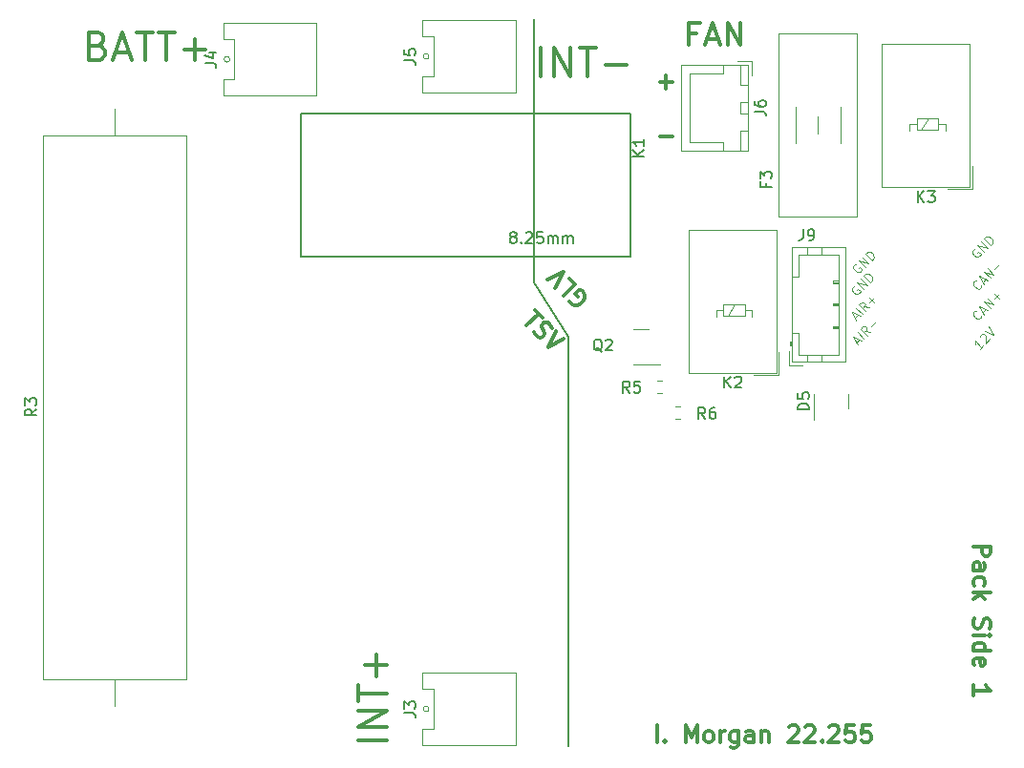
<source format=gbr>
%TF.GenerationSoftware,KiCad,Pcbnew,(6.0.7)*%
%TF.CreationDate,2022-11-28T12:10:14-05:00*%
%TF.ProjectId,pacman,7061636d-616e-42e6-9b69-6361645f7063,rev?*%
%TF.SameCoordinates,Original*%
%TF.FileFunction,Legend,Top*%
%TF.FilePolarity,Positive*%
%FSLAX46Y46*%
G04 Gerber Fmt 4.6, Leading zero omitted, Abs format (unit mm)*
G04 Created by KiCad (PCBNEW (6.0.7)) date 2022-11-28 12:10:14*
%MOMM*%
%LPD*%
G01*
G04 APERTURE LIST*
%ADD10C,0.150000*%
%ADD11C,0.100000*%
%ADD12C,0.300000*%
%ADD13C,0.120000*%
G04 APERTURE END LIST*
D10*
X161544000Y-73152000D02*
X161544000Y-49784000D01*
X164592000Y-77978000D02*
X164592000Y-114300000D01*
X164592000Y-77978000D02*
X161544000Y-73152000D01*
D11*
X201164189Y-76099871D02*
X201164189Y-76153746D01*
X201110314Y-76261496D01*
X201056439Y-76315370D01*
X200948690Y-76369245D01*
X200840940Y-76369245D01*
X200760128Y-76342308D01*
X200625441Y-76261496D01*
X200544629Y-76180683D01*
X200463816Y-76045996D01*
X200436879Y-75965184D01*
X200436879Y-75857435D01*
X200490754Y-75749685D01*
X200544629Y-75695810D01*
X200652378Y-75641935D01*
X200706253Y-75641935D01*
X201271938Y-75776622D02*
X201541312Y-75507248D01*
X201379688Y-75992122D02*
X201002564Y-75237874D01*
X201756812Y-75614998D01*
X201945374Y-75426436D02*
X201379688Y-74860751D01*
X202268622Y-75103187D01*
X201702937Y-74537502D01*
X202322497Y-74618314D02*
X202753496Y-74187316D01*
X202753496Y-74618314D02*
X202322497Y-74187316D01*
X201327719Y-78711091D02*
X201004470Y-79034340D01*
X201166094Y-78872715D02*
X200600409Y-78307030D01*
X200627346Y-78441717D01*
X200627346Y-78549467D01*
X200600409Y-78630279D01*
X201031407Y-77983781D02*
X201031407Y-77929906D01*
X201058345Y-77849094D01*
X201193032Y-77714407D01*
X201273844Y-77687470D01*
X201327719Y-77687470D01*
X201408531Y-77714407D01*
X201462406Y-77768282D01*
X201516280Y-77876032D01*
X201516280Y-78522529D01*
X201866467Y-78172343D01*
X201462406Y-77445033D02*
X202216653Y-77822157D01*
X201839529Y-77067910D01*
X190072877Y-78466683D02*
X190342251Y-78197309D01*
X190180627Y-78682183D02*
X189803503Y-77927935D01*
X190557751Y-78305059D01*
X190746312Y-78116497D02*
X190180627Y-77550812D01*
X191338935Y-77523874D02*
X190881000Y-77443062D01*
X191015687Y-77847123D02*
X190450001Y-77281438D01*
X190665500Y-77065938D01*
X190746312Y-77039001D01*
X190800187Y-77039001D01*
X190881000Y-77065938D01*
X190961812Y-77146751D01*
X190988749Y-77227563D01*
X190988749Y-77281438D01*
X190961812Y-77362250D01*
X190746312Y-77577749D01*
X191365873Y-77065938D02*
X191796871Y-76634940D01*
D12*
X172399714Y-113962571D02*
X172399714Y-112462571D01*
X173114000Y-113819714D02*
X173185428Y-113891142D01*
X173114000Y-113962571D01*
X173042571Y-113891142D01*
X173114000Y-113819714D01*
X173114000Y-113962571D01*
X174971142Y-113962571D02*
X174971142Y-112462571D01*
X175471142Y-113534000D01*
X175971142Y-112462571D01*
X175971142Y-113962571D01*
X176899714Y-113962571D02*
X176756857Y-113891142D01*
X176685428Y-113819714D01*
X176614000Y-113676857D01*
X176614000Y-113248285D01*
X176685428Y-113105428D01*
X176756857Y-113034000D01*
X176899714Y-112962571D01*
X177114000Y-112962571D01*
X177256857Y-113034000D01*
X177328285Y-113105428D01*
X177399714Y-113248285D01*
X177399714Y-113676857D01*
X177328285Y-113819714D01*
X177256857Y-113891142D01*
X177114000Y-113962571D01*
X176899714Y-113962571D01*
X178042571Y-113962571D02*
X178042571Y-112962571D01*
X178042571Y-113248285D02*
X178114000Y-113105428D01*
X178185428Y-113034000D01*
X178328285Y-112962571D01*
X178471142Y-112962571D01*
X179614000Y-112962571D02*
X179614000Y-114176857D01*
X179542571Y-114319714D01*
X179471142Y-114391142D01*
X179328285Y-114462571D01*
X179114000Y-114462571D01*
X178971142Y-114391142D01*
X179614000Y-113891142D02*
X179471142Y-113962571D01*
X179185428Y-113962571D01*
X179042571Y-113891142D01*
X178971142Y-113819714D01*
X178899714Y-113676857D01*
X178899714Y-113248285D01*
X178971142Y-113105428D01*
X179042571Y-113034000D01*
X179185428Y-112962571D01*
X179471142Y-112962571D01*
X179614000Y-113034000D01*
X180971142Y-113962571D02*
X180971142Y-113176857D01*
X180899714Y-113034000D01*
X180756857Y-112962571D01*
X180471142Y-112962571D01*
X180328285Y-113034000D01*
X180971142Y-113891142D02*
X180828285Y-113962571D01*
X180471142Y-113962571D01*
X180328285Y-113891142D01*
X180256857Y-113748285D01*
X180256857Y-113605428D01*
X180328285Y-113462571D01*
X180471142Y-113391142D01*
X180828285Y-113391142D01*
X180971142Y-113319714D01*
X181685428Y-112962571D02*
X181685428Y-113962571D01*
X181685428Y-113105428D02*
X181756857Y-113034000D01*
X181899714Y-112962571D01*
X182114000Y-112962571D01*
X182256857Y-113034000D01*
X182328285Y-113176857D01*
X182328285Y-113962571D01*
X184114000Y-112605428D02*
X184185428Y-112534000D01*
X184328285Y-112462571D01*
X184685428Y-112462571D01*
X184828285Y-112534000D01*
X184899714Y-112605428D01*
X184971142Y-112748285D01*
X184971142Y-112891142D01*
X184899714Y-113105428D01*
X184042571Y-113962571D01*
X184971142Y-113962571D01*
X185542571Y-112605428D02*
X185614000Y-112534000D01*
X185756857Y-112462571D01*
X186114000Y-112462571D01*
X186256857Y-112534000D01*
X186328285Y-112605428D01*
X186399714Y-112748285D01*
X186399714Y-112891142D01*
X186328285Y-113105428D01*
X185471142Y-113962571D01*
X186399714Y-113962571D01*
X187042571Y-113819714D02*
X187114000Y-113891142D01*
X187042571Y-113962571D01*
X186971142Y-113891142D01*
X187042571Y-113819714D01*
X187042571Y-113962571D01*
X187685428Y-112605428D02*
X187756857Y-112534000D01*
X187899714Y-112462571D01*
X188256857Y-112462571D01*
X188399714Y-112534000D01*
X188471142Y-112605428D01*
X188542571Y-112748285D01*
X188542571Y-112891142D01*
X188471142Y-113105428D01*
X187614000Y-113962571D01*
X188542571Y-113962571D01*
X189899714Y-112462571D02*
X189185428Y-112462571D01*
X189114000Y-113176857D01*
X189185428Y-113105428D01*
X189328285Y-113034000D01*
X189685428Y-113034000D01*
X189828285Y-113105428D01*
X189899714Y-113176857D01*
X189971142Y-113319714D01*
X189971142Y-113676857D01*
X189899714Y-113819714D01*
X189828285Y-113891142D01*
X189685428Y-113962571D01*
X189328285Y-113962571D01*
X189185428Y-113891142D01*
X189114000Y-113819714D01*
X191328285Y-112462571D02*
X190614000Y-112462571D01*
X190542571Y-113176857D01*
X190614000Y-113105428D01*
X190756857Y-113034000D01*
X191114000Y-113034000D01*
X191256857Y-113105428D01*
X191328285Y-113176857D01*
X191399714Y-113319714D01*
X191399714Y-113676857D01*
X191328285Y-113819714D01*
X191256857Y-113891142D01*
X191114000Y-113962571D01*
X190756857Y-113962571D01*
X190614000Y-113891142D01*
X190542571Y-113819714D01*
X162103276Y-54826552D02*
X162103276Y-52326552D01*
X163293752Y-54826552D02*
X163293752Y-52326552D01*
X164722323Y-54826552D01*
X164722323Y-52326552D01*
X165555657Y-52326552D02*
X166984228Y-52326552D01*
X166269942Y-54826552D02*
X166269942Y-52326552D01*
X167817561Y-53874171D02*
X169722323Y-53874171D01*
D11*
X189945877Y-76307683D02*
X190215251Y-76038309D01*
X190053627Y-76523183D02*
X189676503Y-75768935D01*
X190430751Y-76146059D01*
X190619312Y-75957497D02*
X190053627Y-75391812D01*
X191211935Y-75364874D02*
X190754000Y-75284062D01*
X190888687Y-75688123D02*
X190323001Y-75122438D01*
X190538500Y-74906938D01*
X190619312Y-74880001D01*
X190673187Y-74880001D01*
X190754000Y-74906938D01*
X190834812Y-74987751D01*
X190861749Y-75068563D01*
X190861749Y-75122438D01*
X190834812Y-75203250D01*
X190619312Y-75418749D01*
X191238873Y-74906938D02*
X191669871Y-74475940D01*
X191669871Y-74906938D02*
X191238873Y-74475940D01*
D12*
X164667761Y-74796421D02*
X164718269Y-74947944D01*
X164869791Y-75099467D01*
X165071822Y-75200482D01*
X165273852Y-75200482D01*
X165425375Y-75149975D01*
X165677913Y-74998452D01*
X165829436Y-74846929D01*
X165980959Y-74594391D01*
X166031467Y-74442868D01*
X166031467Y-74240837D01*
X165930452Y-74038807D01*
X165829436Y-73937791D01*
X165627406Y-73836776D01*
X165526391Y-73836776D01*
X165172837Y-74190330D01*
X165374868Y-74392360D01*
X164667761Y-72776116D02*
X165172837Y-73281192D01*
X164112177Y-74341852D01*
X163405070Y-73634746D02*
X164112177Y-72220532D01*
X162697963Y-72927639D01*
X122857961Y-52120028D02*
X123215104Y-52239076D01*
X123334152Y-52358123D01*
X123453200Y-52596219D01*
X123453200Y-52953361D01*
X123334152Y-53191457D01*
X123215104Y-53310504D01*
X122977009Y-53429552D01*
X122024628Y-53429552D01*
X122024628Y-50929552D01*
X122857961Y-50929552D01*
X123096057Y-51048600D01*
X123215104Y-51167647D01*
X123334152Y-51405742D01*
X123334152Y-51643838D01*
X123215104Y-51881933D01*
X123096057Y-52000980D01*
X122857961Y-52120028D01*
X122024628Y-52120028D01*
X124405580Y-52715266D02*
X125596057Y-52715266D01*
X124167485Y-53429552D02*
X125000819Y-50929552D01*
X125834152Y-53429552D01*
X126310342Y-50929552D02*
X127738914Y-50929552D01*
X127024628Y-53429552D02*
X127024628Y-50929552D01*
X128215104Y-50929552D02*
X129643676Y-50929552D01*
X128929390Y-53429552D02*
X128929390Y-50929552D01*
X130477009Y-52477171D02*
X132381771Y-52477171D01*
X131429390Y-53429552D02*
X131429390Y-51524790D01*
D11*
X189913158Y-73427155D02*
X189832346Y-73454093D01*
X189751534Y-73534905D01*
X189697659Y-73642654D01*
X189697659Y-73750404D01*
X189724597Y-73831216D01*
X189805409Y-73965903D01*
X189886221Y-74046715D01*
X190020908Y-74127528D01*
X190101720Y-74154465D01*
X190209470Y-74154465D01*
X190317219Y-74100590D01*
X190371094Y-74046715D01*
X190424969Y-73938966D01*
X190424969Y-73885091D01*
X190236407Y-73696529D01*
X190128658Y-73804279D01*
X190721280Y-73696529D02*
X190155595Y-73130844D01*
X191044529Y-73373280D01*
X190478844Y-72807595D01*
X191313903Y-73103906D02*
X190748218Y-72538221D01*
X190882905Y-72403534D01*
X190990654Y-72349659D01*
X191098404Y-72349659D01*
X191179216Y-72376597D01*
X191313903Y-72457409D01*
X191394715Y-72538221D01*
X191475528Y-72672908D01*
X191502465Y-72753720D01*
X191502465Y-72861470D01*
X191448590Y-72969219D01*
X191313903Y-73103906D01*
D12*
X148450952Y-113791523D02*
X145950952Y-113791523D01*
X148450952Y-112601047D02*
X145950952Y-112601047D01*
X148450952Y-111172476D01*
X145950952Y-111172476D01*
X145950952Y-110339142D02*
X145950952Y-108910571D01*
X148450952Y-109624857D02*
X145950952Y-109624857D01*
X147498571Y-108077238D02*
X147498571Y-106172476D01*
X148450952Y-107124857D02*
X146546190Y-107124857D01*
X175926952Y-51038142D02*
X175260285Y-51038142D01*
X175260285Y-52085761D02*
X175260285Y-50085761D01*
X176212666Y-50085761D01*
X176879333Y-51514333D02*
X177831714Y-51514333D01*
X176688857Y-52085761D02*
X177355523Y-50085761D01*
X178022190Y-52085761D01*
X178688857Y-52085761D02*
X178688857Y-50085761D01*
X179831714Y-52085761D01*
X179831714Y-50085761D01*
X172656571Y-55350142D02*
X173799428Y-55350142D01*
X173228000Y-55921571D02*
X173228000Y-54778714D01*
X172656571Y-60180142D02*
X173799428Y-60180142D01*
X200489428Y-96552571D02*
X201989428Y-96552571D01*
X201989428Y-97124000D01*
X201918000Y-97266857D01*
X201846571Y-97338285D01*
X201703714Y-97409714D01*
X201489428Y-97409714D01*
X201346571Y-97338285D01*
X201275142Y-97266857D01*
X201203714Y-97124000D01*
X201203714Y-96552571D01*
X200489428Y-98695428D02*
X201275142Y-98695428D01*
X201418000Y-98624000D01*
X201489428Y-98481142D01*
X201489428Y-98195428D01*
X201418000Y-98052571D01*
X200560857Y-98695428D02*
X200489428Y-98552571D01*
X200489428Y-98195428D01*
X200560857Y-98052571D01*
X200703714Y-97981142D01*
X200846571Y-97981142D01*
X200989428Y-98052571D01*
X201060857Y-98195428D01*
X201060857Y-98552571D01*
X201132285Y-98695428D01*
X200560857Y-100052571D02*
X200489428Y-99909714D01*
X200489428Y-99624000D01*
X200560857Y-99481142D01*
X200632285Y-99409714D01*
X200775142Y-99338285D01*
X201203714Y-99338285D01*
X201346571Y-99409714D01*
X201418000Y-99481142D01*
X201489428Y-99624000D01*
X201489428Y-99909714D01*
X201418000Y-100052571D01*
X200489428Y-100695428D02*
X201989428Y-100695428D01*
X201060857Y-100838285D02*
X200489428Y-101266857D01*
X201489428Y-101266857D02*
X200918000Y-100695428D01*
X200560857Y-102981142D02*
X200489428Y-103195428D01*
X200489428Y-103552571D01*
X200560857Y-103695428D01*
X200632285Y-103766857D01*
X200775142Y-103838285D01*
X200918000Y-103838285D01*
X201060857Y-103766857D01*
X201132285Y-103695428D01*
X201203714Y-103552571D01*
X201275142Y-103266857D01*
X201346571Y-103124000D01*
X201418000Y-103052571D01*
X201560857Y-102981142D01*
X201703714Y-102981142D01*
X201846571Y-103052571D01*
X201918000Y-103124000D01*
X201989428Y-103266857D01*
X201989428Y-103624000D01*
X201918000Y-103838285D01*
X200489428Y-104481142D02*
X201489428Y-104481142D01*
X201989428Y-104481142D02*
X201918000Y-104409714D01*
X201846571Y-104481142D01*
X201918000Y-104552571D01*
X201989428Y-104481142D01*
X201846571Y-104481142D01*
X200489428Y-105838285D02*
X201989428Y-105838285D01*
X200560857Y-105838285D02*
X200489428Y-105695428D01*
X200489428Y-105409714D01*
X200560857Y-105266857D01*
X200632285Y-105195428D01*
X200775142Y-105124000D01*
X201203714Y-105124000D01*
X201346571Y-105195428D01*
X201418000Y-105266857D01*
X201489428Y-105409714D01*
X201489428Y-105695428D01*
X201418000Y-105838285D01*
X200560857Y-107124000D02*
X200489428Y-106981142D01*
X200489428Y-106695428D01*
X200560857Y-106552571D01*
X200703714Y-106481142D01*
X201275142Y-106481142D01*
X201418000Y-106552571D01*
X201489428Y-106695428D01*
X201489428Y-106981142D01*
X201418000Y-107124000D01*
X201275142Y-107195428D01*
X201132285Y-107195428D01*
X200989428Y-106481142D01*
X200489428Y-109766857D02*
X200489428Y-108909714D01*
X200489428Y-109338285D02*
X201989428Y-109338285D01*
X201775142Y-109195428D01*
X201632285Y-109052571D01*
X201560857Y-108909714D01*
D11*
X190040158Y-71522155D02*
X189959346Y-71549093D01*
X189878534Y-71629905D01*
X189824659Y-71737654D01*
X189824659Y-71845404D01*
X189851597Y-71926216D01*
X189932409Y-72060903D01*
X190013221Y-72141715D01*
X190147908Y-72222528D01*
X190228720Y-72249465D01*
X190336470Y-72249465D01*
X190444219Y-72195590D01*
X190498094Y-72141715D01*
X190551969Y-72033966D01*
X190551969Y-71980091D01*
X190363407Y-71791529D01*
X190255658Y-71899279D01*
X190848280Y-71791529D02*
X190282595Y-71225844D01*
X191171529Y-71468280D01*
X190605844Y-70902595D01*
X191440903Y-71198906D02*
X190875218Y-70633221D01*
X191009905Y-70498534D01*
X191117654Y-70444659D01*
X191225404Y-70444659D01*
X191306216Y-70471597D01*
X191440903Y-70552409D01*
X191521715Y-70633221D01*
X191602528Y-70767908D01*
X191629465Y-70848720D01*
X191629465Y-70956470D01*
X191575590Y-71064219D01*
X191440903Y-71198906D01*
X200581158Y-70125155D02*
X200500346Y-70152093D01*
X200419534Y-70232905D01*
X200365659Y-70340654D01*
X200365659Y-70448404D01*
X200392597Y-70529216D01*
X200473409Y-70663903D01*
X200554221Y-70744715D01*
X200688908Y-70825528D01*
X200769720Y-70852465D01*
X200877470Y-70852465D01*
X200985219Y-70798590D01*
X201039094Y-70744715D01*
X201092969Y-70636966D01*
X201092969Y-70583091D01*
X200904407Y-70394529D01*
X200796658Y-70502279D01*
X201389280Y-70394529D02*
X200823595Y-69828844D01*
X201712529Y-70071280D01*
X201146844Y-69505595D01*
X201981903Y-69801906D02*
X201416218Y-69236221D01*
X201550905Y-69101534D01*
X201658654Y-69047659D01*
X201766404Y-69047659D01*
X201847216Y-69074597D01*
X201981903Y-69155409D01*
X202062715Y-69236221D01*
X202143528Y-69370908D01*
X202170465Y-69451720D01*
X202170465Y-69559470D01*
X202116590Y-69667219D01*
X201981903Y-69801906D01*
X201164189Y-73432871D02*
X201164189Y-73486746D01*
X201110314Y-73594496D01*
X201056439Y-73648370D01*
X200948690Y-73702245D01*
X200840940Y-73702245D01*
X200760128Y-73675308D01*
X200625441Y-73594496D01*
X200544629Y-73513683D01*
X200463816Y-73378996D01*
X200436879Y-73298184D01*
X200436879Y-73190435D01*
X200490754Y-73082685D01*
X200544629Y-73028810D01*
X200652378Y-72974935D01*
X200706253Y-72974935D01*
X201271938Y-73109622D02*
X201541312Y-72840248D01*
X201379688Y-73325122D02*
X201002564Y-72570874D01*
X201756812Y-72947998D01*
X201945374Y-72759436D02*
X201379688Y-72193751D01*
X202268622Y-72436187D01*
X201702937Y-71870502D01*
X202322497Y-71951314D02*
X202753496Y-71520316D01*
D12*
X161624147Y-75626471D02*
X162230238Y-76232563D01*
X160866532Y-76990177D02*
X161927192Y-75929517D01*
X161523131Y-77545761D02*
X161624147Y-77747791D01*
X161876685Y-78000330D01*
X162028208Y-78050837D01*
X162129223Y-78050837D01*
X162280746Y-78000330D01*
X162381761Y-77899314D01*
X162432269Y-77747791D01*
X162432269Y-77646776D01*
X162381761Y-77495253D01*
X162230238Y-77242715D01*
X162179730Y-77091192D01*
X162179730Y-76990177D01*
X162230238Y-76838654D01*
X162331253Y-76737639D01*
X162482776Y-76687131D01*
X162583791Y-76687131D01*
X162735314Y-76737639D01*
X162987852Y-76990177D01*
X163088868Y-77192208D01*
X163442421Y-77444746D02*
X162735314Y-78858959D01*
X164149528Y-78151852D01*
D10*
X159560000Y-69095952D02*
X159464761Y-69048333D01*
X159417142Y-69000714D01*
X159369523Y-68905476D01*
X159369523Y-68857857D01*
X159417142Y-68762619D01*
X159464761Y-68715000D01*
X159560000Y-68667380D01*
X159750476Y-68667380D01*
X159845714Y-68715000D01*
X159893333Y-68762619D01*
X159940952Y-68857857D01*
X159940952Y-68905476D01*
X159893333Y-69000714D01*
X159845714Y-69048333D01*
X159750476Y-69095952D01*
X159560000Y-69095952D01*
X159464761Y-69143571D01*
X159417142Y-69191190D01*
X159369523Y-69286428D01*
X159369523Y-69476904D01*
X159417142Y-69572142D01*
X159464761Y-69619761D01*
X159560000Y-69667380D01*
X159750476Y-69667380D01*
X159845714Y-69619761D01*
X159893333Y-69572142D01*
X159940952Y-69476904D01*
X159940952Y-69286428D01*
X159893333Y-69191190D01*
X159845714Y-69143571D01*
X159750476Y-69095952D01*
X160369523Y-69572142D02*
X160417142Y-69619761D01*
X160369523Y-69667380D01*
X160321904Y-69619761D01*
X160369523Y-69572142D01*
X160369523Y-69667380D01*
X160798095Y-68762619D02*
X160845714Y-68715000D01*
X160940952Y-68667380D01*
X161179047Y-68667380D01*
X161274285Y-68715000D01*
X161321904Y-68762619D01*
X161369523Y-68857857D01*
X161369523Y-68953095D01*
X161321904Y-69095952D01*
X160750476Y-69667380D01*
X161369523Y-69667380D01*
X162274285Y-68667380D02*
X161798095Y-68667380D01*
X161750476Y-69143571D01*
X161798095Y-69095952D01*
X161893333Y-69048333D01*
X162131428Y-69048333D01*
X162226666Y-69095952D01*
X162274285Y-69143571D01*
X162321904Y-69238809D01*
X162321904Y-69476904D01*
X162274285Y-69572142D01*
X162226666Y-69619761D01*
X162131428Y-69667380D01*
X161893333Y-69667380D01*
X161798095Y-69619761D01*
X161750476Y-69572142D01*
X162750476Y-69667380D02*
X162750476Y-69000714D01*
X162750476Y-69095952D02*
X162798095Y-69048333D01*
X162893333Y-69000714D01*
X163036190Y-69000714D01*
X163131428Y-69048333D01*
X163179047Y-69143571D01*
X163179047Y-69667380D01*
X163179047Y-69143571D02*
X163226666Y-69048333D01*
X163321904Y-69000714D01*
X163464761Y-69000714D01*
X163560000Y-69048333D01*
X163607619Y-69143571D01*
X163607619Y-69667380D01*
X164083809Y-69667380D02*
X164083809Y-69000714D01*
X164083809Y-69095952D02*
X164131428Y-69048333D01*
X164226666Y-69000714D01*
X164369523Y-69000714D01*
X164464761Y-69048333D01*
X164512380Y-69143571D01*
X164512380Y-69667380D01*
X164512380Y-69143571D02*
X164560000Y-69048333D01*
X164655238Y-69000714D01*
X164798095Y-69000714D01*
X164893333Y-69048333D01*
X164940952Y-69143571D01*
X164940952Y-69667380D01*
%TO.C,J9*%
X185340666Y-68413380D02*
X185340666Y-69127666D01*
X185293047Y-69270523D01*
X185197809Y-69365761D01*
X185054952Y-69413380D01*
X184959714Y-69413380D01*
X185864476Y-69413380D02*
X186054952Y-69413380D01*
X186150190Y-69365761D01*
X186197809Y-69318142D01*
X186293047Y-69175285D01*
X186340666Y-68984809D01*
X186340666Y-68603857D01*
X186293047Y-68508619D01*
X186245428Y-68461000D01*
X186150190Y-68413380D01*
X185959714Y-68413380D01*
X185864476Y-68461000D01*
X185816857Y-68508619D01*
X185769238Y-68603857D01*
X185769238Y-68841952D01*
X185816857Y-68937190D01*
X185864476Y-68984809D01*
X185959714Y-69032428D01*
X186150190Y-69032428D01*
X186245428Y-68984809D01*
X186293047Y-68937190D01*
X186340666Y-68841952D01*
%TO.C,K3*%
X195511404Y-66029880D02*
X195511404Y-65029880D01*
X196082833Y-66029880D02*
X195654261Y-65458452D01*
X196082833Y-65029880D02*
X195511404Y-65601309D01*
X196416166Y-65029880D02*
X197035214Y-65029880D01*
X196701880Y-65410833D01*
X196844738Y-65410833D01*
X196939976Y-65458452D01*
X196987595Y-65506071D01*
X197035214Y-65601309D01*
X197035214Y-65839404D01*
X196987595Y-65934642D01*
X196939976Y-65982261D01*
X196844738Y-66029880D01*
X196559023Y-66029880D01*
X196463785Y-65982261D01*
X196416166Y-65934642D01*
%TO.C,K1*%
X171267380Y-61952095D02*
X170267380Y-61952095D01*
X171267380Y-61380666D02*
X170695952Y-61809238D01*
X170267380Y-61380666D02*
X170838809Y-61952095D01*
X171267380Y-60428285D02*
X171267380Y-60999714D01*
X171267380Y-60714000D02*
X170267380Y-60714000D01*
X170410238Y-60809238D01*
X170505476Y-60904476D01*
X170553095Y-60999714D01*
%TO.C,F3*%
X182046571Y-64341333D02*
X182046571Y-64674666D01*
X182570380Y-64674666D02*
X181570380Y-64674666D01*
X181570380Y-64198476D01*
X181570380Y-63912761D02*
X181570380Y-63293714D01*
X181951333Y-63627047D01*
X181951333Y-63484190D01*
X181998952Y-63388952D01*
X182046571Y-63341333D01*
X182141809Y-63293714D01*
X182379904Y-63293714D01*
X182475142Y-63341333D01*
X182522761Y-63388952D01*
X182570380Y-63484190D01*
X182570380Y-63769904D01*
X182522761Y-63865142D01*
X182475142Y-63912761D01*
%TO.C,J3*%
X150004380Y-111331333D02*
X150718666Y-111331333D01*
X150861523Y-111378952D01*
X150956761Y-111474190D01*
X151004380Y-111617047D01*
X151004380Y-111712285D01*
X150004380Y-110950380D02*
X150004380Y-110331333D01*
X150385333Y-110664666D01*
X150385333Y-110521809D01*
X150432952Y-110426571D01*
X150480571Y-110378952D01*
X150575809Y-110331333D01*
X150813904Y-110331333D01*
X150909142Y-110378952D01*
X150956761Y-110426571D01*
X151004380Y-110521809D01*
X151004380Y-110807523D01*
X150956761Y-110902761D01*
X150909142Y-110950380D01*
%TO.C,Q2*%
X167544761Y-79287619D02*
X167449523Y-79240000D01*
X167354285Y-79144761D01*
X167211428Y-79001904D01*
X167116190Y-78954285D01*
X167020952Y-78954285D01*
X167068571Y-79192380D02*
X166973333Y-79144761D01*
X166878095Y-79049523D01*
X166830476Y-78859047D01*
X166830476Y-78525714D01*
X166878095Y-78335238D01*
X166973333Y-78240000D01*
X167068571Y-78192380D01*
X167259047Y-78192380D01*
X167354285Y-78240000D01*
X167449523Y-78335238D01*
X167497142Y-78525714D01*
X167497142Y-78859047D01*
X167449523Y-79049523D01*
X167354285Y-79144761D01*
X167259047Y-79192380D01*
X167068571Y-79192380D01*
X167878095Y-78287619D02*
X167925714Y-78240000D01*
X168020952Y-78192380D01*
X168259047Y-78192380D01*
X168354285Y-78240000D01*
X168401904Y-78287619D01*
X168449523Y-78382857D01*
X168449523Y-78478095D01*
X168401904Y-78620952D01*
X167830476Y-79192380D01*
X168449523Y-79192380D01*
%TO.C,J6*%
X181056380Y-57971333D02*
X181770666Y-57971333D01*
X181913523Y-58018952D01*
X182008761Y-58114190D01*
X182056380Y-58257047D01*
X182056380Y-58352285D01*
X181056380Y-57066571D02*
X181056380Y-57257047D01*
X181104000Y-57352285D01*
X181151619Y-57399904D01*
X181294476Y-57495142D01*
X181484952Y-57542761D01*
X181865904Y-57542761D01*
X181961142Y-57495142D01*
X182008761Y-57447523D01*
X182056380Y-57352285D01*
X182056380Y-57161809D01*
X182008761Y-57066571D01*
X181961142Y-57018952D01*
X181865904Y-56971333D01*
X181627809Y-56971333D01*
X181532571Y-57018952D01*
X181484952Y-57066571D01*
X181437333Y-57161809D01*
X181437333Y-57352285D01*
X181484952Y-57447523D01*
X181532571Y-57495142D01*
X181627809Y-57542761D01*
%TO.C,R5*%
X169987933Y-82926180D02*
X169654600Y-82449990D01*
X169416504Y-82926180D02*
X169416504Y-81926180D01*
X169797457Y-81926180D01*
X169892695Y-81973800D01*
X169940314Y-82021419D01*
X169987933Y-82116657D01*
X169987933Y-82259514D01*
X169940314Y-82354752D01*
X169892695Y-82402371D01*
X169797457Y-82449990D01*
X169416504Y-82449990D01*
X170892695Y-81926180D02*
X170416504Y-81926180D01*
X170368885Y-82402371D01*
X170416504Y-82354752D01*
X170511742Y-82307133D01*
X170749838Y-82307133D01*
X170845076Y-82354752D01*
X170892695Y-82402371D01*
X170940314Y-82497609D01*
X170940314Y-82735704D01*
X170892695Y-82830942D01*
X170845076Y-82878561D01*
X170749838Y-82926180D01*
X170511742Y-82926180D01*
X170416504Y-82878561D01*
X170368885Y-82830942D01*
%TO.C,R3*%
X117415380Y-84367666D02*
X116939190Y-84701000D01*
X117415380Y-84939095D02*
X116415380Y-84939095D01*
X116415380Y-84558142D01*
X116463000Y-84462904D01*
X116510619Y-84415285D01*
X116605857Y-84367666D01*
X116748714Y-84367666D01*
X116843952Y-84415285D01*
X116891571Y-84462904D01*
X116939190Y-84558142D01*
X116939190Y-84939095D01*
X116415380Y-84034333D02*
X116415380Y-83415285D01*
X116796333Y-83748619D01*
X116796333Y-83605761D01*
X116843952Y-83510523D01*
X116891571Y-83462904D01*
X116986809Y-83415285D01*
X117224904Y-83415285D01*
X117320142Y-83462904D01*
X117367761Y-83510523D01*
X117415380Y-83605761D01*
X117415380Y-83891476D01*
X117367761Y-83986714D01*
X117320142Y-84034333D01*
%TO.C,J4*%
X132351380Y-53673333D02*
X133065666Y-53673333D01*
X133208523Y-53720952D01*
X133303761Y-53816190D01*
X133351380Y-53959047D01*
X133351380Y-54054285D01*
X132684714Y-52768571D02*
X133351380Y-52768571D01*
X132303761Y-53006666D02*
X133018047Y-53244761D01*
X133018047Y-52625714D01*
%TO.C,D5*%
X185885380Y-84431095D02*
X184885380Y-84431095D01*
X184885380Y-84193000D01*
X184933000Y-84050142D01*
X185028238Y-83954904D01*
X185123476Y-83907285D01*
X185313952Y-83859666D01*
X185456809Y-83859666D01*
X185647285Y-83907285D01*
X185742523Y-83954904D01*
X185837761Y-84050142D01*
X185885380Y-84193000D01*
X185885380Y-84431095D01*
X184885380Y-82954904D02*
X184885380Y-83431095D01*
X185361571Y-83478714D01*
X185313952Y-83431095D01*
X185266333Y-83335857D01*
X185266333Y-83097761D01*
X185313952Y-83002523D01*
X185361571Y-82954904D01*
X185456809Y-82907285D01*
X185694904Y-82907285D01*
X185790142Y-82954904D01*
X185837761Y-83002523D01*
X185885380Y-83097761D01*
X185885380Y-83335857D01*
X185837761Y-83431095D01*
X185790142Y-83478714D01*
%TO.C,J5*%
X150004380Y-53419333D02*
X150718666Y-53419333D01*
X150861523Y-53466952D01*
X150956761Y-53562190D01*
X151004380Y-53705047D01*
X151004380Y-53800285D01*
X150004380Y-52466952D02*
X150004380Y-52943142D01*
X150480571Y-52990761D01*
X150432952Y-52943142D01*
X150385333Y-52847904D01*
X150385333Y-52609809D01*
X150432952Y-52514571D01*
X150480571Y-52466952D01*
X150575809Y-52419333D01*
X150813904Y-52419333D01*
X150909142Y-52466952D01*
X150956761Y-52514571D01*
X151004380Y-52609809D01*
X151004380Y-52847904D01*
X150956761Y-52943142D01*
X150909142Y-52990761D01*
%TO.C,R6*%
X176668133Y-85237580D02*
X176334800Y-84761390D01*
X176096704Y-85237580D02*
X176096704Y-84237580D01*
X176477657Y-84237580D01*
X176572895Y-84285200D01*
X176620514Y-84332819D01*
X176668133Y-84428057D01*
X176668133Y-84570914D01*
X176620514Y-84666152D01*
X176572895Y-84713771D01*
X176477657Y-84761390D01*
X176096704Y-84761390D01*
X177525276Y-84237580D02*
X177334800Y-84237580D01*
X177239561Y-84285200D01*
X177191942Y-84332819D01*
X177096704Y-84475676D01*
X177049085Y-84666152D01*
X177049085Y-85047104D01*
X177096704Y-85142342D01*
X177144323Y-85189961D01*
X177239561Y-85237580D01*
X177430038Y-85237580D01*
X177525276Y-85189961D01*
X177572895Y-85142342D01*
X177620514Y-85047104D01*
X177620514Y-84809009D01*
X177572895Y-84713771D01*
X177525276Y-84666152D01*
X177430038Y-84618533D01*
X177239561Y-84618533D01*
X177144323Y-84666152D01*
X177096704Y-84713771D01*
X177049085Y-84809009D01*
%TO.C,K2*%
X178371904Y-82494380D02*
X178371904Y-81494380D01*
X178943333Y-82494380D02*
X178514761Y-81922952D01*
X178943333Y-81494380D02*
X178371904Y-82065809D01*
X179324285Y-81589619D02*
X179371904Y-81542000D01*
X179467142Y-81494380D01*
X179705238Y-81494380D01*
X179800476Y-81542000D01*
X179848095Y-81589619D01*
X179895714Y-81684857D01*
X179895714Y-81780095D01*
X179848095Y-81922952D01*
X179276666Y-82494380D01*
X179895714Y-82494380D01*
D13*
%TO.C,J9*%
X184072000Y-80465000D02*
X185322000Y-80465000D01*
X186982000Y-70045000D02*
X186982000Y-70655000D01*
X184372000Y-77605000D02*
X184982000Y-77605000D01*
X188482000Y-75205000D02*
X187982000Y-75205000D01*
X184372000Y-78405000D02*
X184172000Y-78405000D01*
X188482000Y-77205000D02*
X187982000Y-77205000D01*
X185682000Y-70045000D02*
X185682000Y-70655000D01*
X185682000Y-80165000D02*
X185682000Y-79555000D01*
X184272000Y-78405000D02*
X184272000Y-78705000D01*
X188482000Y-73105000D02*
X187982000Y-73105000D01*
X184172000Y-78405000D02*
X184172000Y-78705000D01*
X184372000Y-80165000D02*
X189092000Y-80165000D01*
X188482000Y-77105000D02*
X187982000Y-77105000D01*
X188482000Y-75105000D02*
X187982000Y-75105000D01*
X188482000Y-79555000D02*
X188482000Y-70655000D01*
X184172000Y-78705000D02*
X184372000Y-78705000D01*
X187982000Y-73205000D02*
X187982000Y-73005000D01*
X184982000Y-70655000D02*
X184982000Y-72605000D01*
X188482000Y-70655000D02*
X184982000Y-70655000D01*
X184372000Y-70045000D02*
X184372000Y-80165000D01*
X184982000Y-79555000D02*
X188482000Y-79555000D01*
X189092000Y-80165000D02*
X189092000Y-70045000D01*
X187982000Y-75005000D02*
X188482000Y-75005000D01*
X186982000Y-80165000D02*
X186982000Y-79555000D01*
X189092000Y-70045000D02*
X184372000Y-70045000D01*
X184982000Y-72605000D02*
X184372000Y-72605000D01*
X188482000Y-73205000D02*
X187982000Y-73205000D01*
X187982000Y-73005000D02*
X188482000Y-73005000D01*
X187982000Y-77205000D02*
X187982000Y-77005000D01*
X184982000Y-77605000D02*
X184982000Y-79555000D01*
X184072000Y-79215000D02*
X184072000Y-80465000D01*
X187982000Y-75205000D02*
X187982000Y-75005000D01*
X187982000Y-77005000D02*
X188482000Y-77005000D01*
%TO.C,K3*%
X195422500Y-59567500D02*
X197327500Y-59567500D01*
X197987500Y-59694500D02*
X197987500Y-59059500D01*
X192349500Y-51977500D02*
X200149500Y-51977500D01*
X197327500Y-58551500D02*
X195422500Y-58551500D01*
X200149500Y-64677500D02*
X192349500Y-64677500D01*
X194787500Y-59059500D02*
X195422500Y-59059500D01*
X197327500Y-59567500D02*
X197327500Y-58551500D01*
X195803500Y-59567500D02*
X196438500Y-58551500D01*
X200349500Y-62777500D02*
X200349500Y-64877500D01*
X194787500Y-59694500D02*
X194787500Y-59059500D01*
X192349500Y-64677500D02*
X192349500Y-51977500D01*
X197987500Y-59059500D02*
X197327500Y-59059500D01*
X200149500Y-51977500D02*
X200149500Y-64677500D01*
X195422500Y-59567500D02*
X195422500Y-58551500D01*
X200349500Y-64877500D02*
X198149500Y-64877500D01*
D10*
%TO.C,K1*%
X170053000Y-70866000D02*
X140843000Y-70866000D01*
X140843000Y-70866000D02*
X140843000Y-58166000D01*
X170053000Y-58166000D02*
X170053000Y-70866000D01*
X140843000Y-58166000D02*
X170053000Y-58166000D01*
D13*
%TO.C,F3*%
X188690000Y-57582000D02*
X188690000Y-60782000D01*
X183220000Y-51082000D02*
X183220000Y-67282000D01*
X184690000Y-60782000D02*
X184690000Y-57582000D01*
X190160000Y-67282000D02*
X190160000Y-51082000D01*
X186690000Y-59932000D02*
X186690000Y-58432000D01*
X183220000Y-67282000D02*
X190160000Y-67282000D01*
X190160000Y-51082000D02*
X183220000Y-51082000D01*
%TO.C,J3*%
X159862000Y-110998000D02*
X159862000Y-107788000D01*
X159862000Y-107788000D02*
X151642000Y-107788000D01*
X151642000Y-109208000D02*
X152592000Y-109208000D01*
X151642000Y-107788000D02*
X151642000Y-109208000D01*
X152592000Y-109208000D02*
X152592000Y-110998000D01*
X151642000Y-114208000D02*
X151642000Y-112788000D01*
X159862000Y-110998000D02*
X159862000Y-114208000D01*
X152592000Y-112788000D02*
X152592000Y-110998000D01*
X151642000Y-112788000D02*
X152592000Y-112788000D01*
X159862000Y-114208000D02*
X151642000Y-114208000D01*
X152202000Y-110998000D02*
G75*
G03*
X152202000Y-110998000I-250000J0D01*
G01*
%TO.C,Q2*%
X170990500Y-80427000D02*
X172665500Y-80427000D01*
X170990500Y-80427000D02*
X170340500Y-80427000D01*
X170990500Y-77307000D02*
X171640500Y-77307000D01*
X170990500Y-77307000D02*
X170340500Y-77307000D01*
%TO.C,J6*%
X179754000Y-53838000D02*
X179754000Y-55638000D01*
X180504000Y-55638000D02*
X180504000Y-53838000D01*
X180514000Y-61448000D02*
X180514000Y-53828000D01*
X179754000Y-55638000D02*
X180504000Y-55638000D01*
X175304000Y-54588000D02*
X175304000Y-57638000D01*
X180804000Y-54788000D02*
X180804000Y-53538000D01*
X180504000Y-57138000D02*
X179754000Y-57138000D01*
X174544000Y-61448000D02*
X180514000Y-61448000D01*
X179754000Y-61438000D02*
X180504000Y-61438000D01*
X179754000Y-58138000D02*
X180504000Y-58138000D01*
X180504000Y-58138000D02*
X180504000Y-57138000D01*
X175304000Y-60688000D02*
X175304000Y-57638000D01*
X180504000Y-53838000D02*
X179754000Y-53838000D01*
X179754000Y-57138000D02*
X179754000Y-58138000D01*
X178254000Y-61438000D02*
X178254000Y-60688000D01*
X180504000Y-61438000D02*
X180504000Y-59638000D01*
X174544000Y-53828000D02*
X174544000Y-61448000D01*
X180514000Y-53828000D02*
X174544000Y-53828000D01*
X180504000Y-59638000D02*
X179754000Y-59638000D01*
X179754000Y-59638000D02*
X179754000Y-61438000D01*
X180804000Y-53538000D02*
X179554000Y-53538000D01*
X178254000Y-53838000D02*
X178254000Y-54588000D01*
X178254000Y-60688000D02*
X175304000Y-60688000D01*
X178254000Y-54588000D02*
X175304000Y-54588000D01*
%TO.C,R5*%
X172418742Y-81900500D02*
X172893258Y-81900500D01*
X172418742Y-82945500D02*
X172893258Y-82945500D01*
%TO.C,R3*%
X130703000Y-60081000D02*
X117963000Y-60081000D01*
X130703000Y-108321000D02*
X130703000Y-60081000D01*
X124333000Y-110701000D02*
X124333000Y-108321000D01*
X117963000Y-60081000D02*
X117963000Y-108321000D01*
X124333000Y-57701000D02*
X124333000Y-60081000D01*
X117963000Y-108321000D02*
X130703000Y-108321000D01*
%TO.C,J4*%
X142209000Y-53340000D02*
X142209000Y-50130000D01*
X134939000Y-55130000D02*
X134939000Y-53340000D01*
X142209000Y-53340000D02*
X142209000Y-56550000D01*
X133989000Y-50130000D02*
X133989000Y-51550000D01*
X133989000Y-55130000D02*
X134939000Y-55130000D01*
X133989000Y-51550000D02*
X134939000Y-51550000D01*
X134939000Y-51550000D02*
X134939000Y-53340000D01*
X142209000Y-50130000D02*
X133989000Y-50130000D01*
X133989000Y-56550000D02*
X133989000Y-55130000D01*
X142209000Y-56550000D02*
X133989000Y-56550000D01*
X134549000Y-53340000D02*
G75*
G03*
X134549000Y-53340000I-250000J0D01*
G01*
%TO.C,D5*%
X186273000Y-83693000D02*
X186273000Y-85368000D01*
X189393000Y-83693000D02*
X189393000Y-83043000D01*
X186273000Y-83693000D02*
X186273000Y-83043000D01*
X189393000Y-83693000D02*
X189393000Y-84343000D01*
%TO.C,J5*%
X151642000Y-54876000D02*
X152592000Y-54876000D01*
X151642000Y-51296000D02*
X152592000Y-51296000D01*
X151642000Y-49876000D02*
X151642000Y-51296000D01*
X159862000Y-56296000D02*
X151642000Y-56296000D01*
X151642000Y-56296000D02*
X151642000Y-54876000D01*
X159862000Y-53086000D02*
X159862000Y-49876000D01*
X159862000Y-53086000D02*
X159862000Y-56296000D01*
X152592000Y-54876000D02*
X152592000Y-53086000D01*
X152592000Y-51296000D02*
X152592000Y-53086000D01*
X159862000Y-49876000D02*
X151642000Y-49876000D01*
X152202000Y-53086000D02*
G75*
G03*
X152202000Y-53086000I-250000J0D01*
G01*
%TO.C,R6*%
X174481258Y-85206100D02*
X174006742Y-85206100D01*
X174481258Y-84161100D02*
X174006742Y-84161100D01*
%TO.C,K2*%
X183210000Y-81383000D02*
X181010000Y-81383000D01*
X180848000Y-76200000D02*
X180848000Y-75565000D01*
X177648000Y-76200000D02*
X177648000Y-75565000D01*
X183010000Y-81183000D02*
X175210000Y-81183000D01*
X180188000Y-75057000D02*
X178283000Y-75057000D01*
X175210000Y-68483000D02*
X183010000Y-68483000D01*
X178283000Y-76073000D02*
X180188000Y-76073000D01*
X175210000Y-81183000D02*
X175210000Y-68483000D01*
X183210000Y-79283000D02*
X183210000Y-81383000D01*
X178664000Y-76073000D02*
X179299000Y-75057000D01*
X180188000Y-76073000D02*
X180188000Y-75057000D01*
X180848000Y-75565000D02*
X180188000Y-75565000D01*
X178283000Y-76073000D02*
X178283000Y-75057000D01*
X183010000Y-68483000D02*
X183010000Y-81183000D01*
X177648000Y-75565000D02*
X178283000Y-75565000D01*
%TD*%
M02*

</source>
